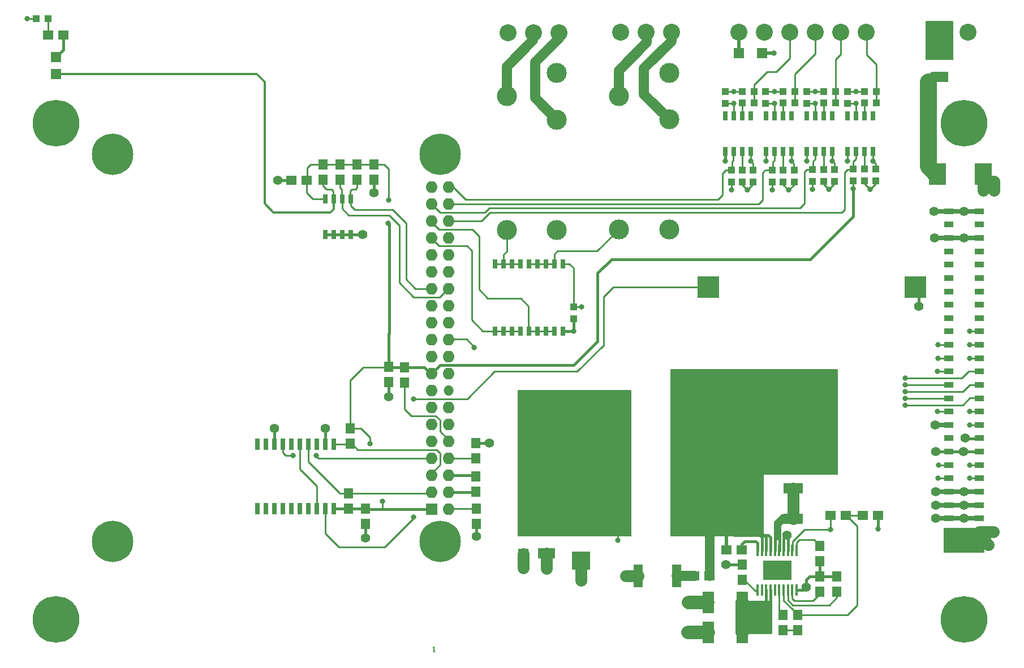
<source format=gbr>
%FSLAX23Y23*%
%MOIN*%
G04 EasyPC Gerber Version 17.0 Build 3379 *
%ADD148R,0.01654X0.06988*%
%ADD140O,0.06000X0.06000*%
%ADD129O,0.07000X0.07000*%
%ADD145R,0.02500X0.06500*%
%ADD147R,0.02559X0.05315*%
%ADD82R,0.02559X0.05512*%
%ADD98R,0.03937X0.04291*%
%ADD81R,0.05500X0.06000*%
%ADD153R,0.05500X0.13500*%
%ADD150R,0.07000X0.12600*%
%ADD157R,0.09843X0.12992*%
%ADD154R,0.10906X0.10906*%
%ADD159R,0.13000X0.13000*%
%ADD155R,0.15157X0.21654*%
%ADD143R,0.06000X0.06000*%
%ADD144R,0.06300X0.06300*%
%ADD141R,0.07000X0.07000*%
%ADD22C,0.00500*%
%ADD73C,0.01000*%
%ADD164C,0.01200*%
%ADD23C,0.01500*%
%ADD101C,0.02000*%
%ADD80C,0.02500*%
%ADD72C,0.03000*%
%ADD27C,0.03200*%
%ADD163C,0.04000*%
%ADD160C,0.05000*%
%ADD165C,0.05500*%
%ADD28C,0.05600*%
%ADD26C,0.06000*%
%ADD29R,0.05512X0.03504*%
%ADD158R,0.04291X0.03937*%
%ADD86R,0.06000X0.05500*%
%ADD152R,0.11811X0.06299*%
%ADD156R,0.10200X0.06300*%
%ADD149R,0.16535X0.11811*%
%ADD161C,0.07000*%
%ADD162C,0.08000*%
%ADD25C,0.10000*%
%ADD146C,0.11811*%
%ADD142C,0.24409*%
%ADD24C,0.27500*%
%ADD151R,0.26378X0.26378*%
X0Y0D02*
D02*
D22*
X2502Y87D02*
X2512D01*
X2507D02*
Y117D01*
X2502Y112*
X3002Y769D02*
X3665D01*
Y1627*
X3002*
Y769*
G36*
X3665*
Y1627*
X3002*
Y769*
G37*
X4445Y1133D02*
X4884D01*
Y1752*
X3901*
Y770*
X4445*
Y1133*
G36*
X4884*
Y1752*
X3901*
Y770*
X4445*
Y1133*
G37*
X5405Y3803D02*
Y3581D01*
X5561*
Y3803*
X5405*
G36*
Y3581*
X5561*
Y3803*
X5405*
G37*
X5511Y814D02*
Y673D01*
X5746*
Y814*
X5511*
G36*
Y673*
X5746*
Y814*
X5511*
G37*
D02*
D23*
X322Y3725D02*
X322D01*
Y3637*
X278Y3593*
Y3593*
X1565Y1312D02*
X1565D01*
Y1403*
X1665Y2868D02*
X1586D01*
X1865Y1312D02*
X1865D01*
Y1402*
X1865Y1403*
X1866*
X1866Y2548D02*
X1916D01*
X1966*
X2003Y930D02*
X1988D01*
X1988Y930*
X1919*
X1917Y931*
X1915*
X2016Y2548D02*
Y2548D01*
X2087*
X2016Y2548D02*
X1966D01*
X2103Y842D02*
X2102D01*
Y756*
X2103Y932D02*
Y931D01*
X2005*
X2004Y930*
X2003*
X2154Y2870D02*
Y2795D01*
X2204Y926D02*
X2108D01*
X2103Y931*
Y932*
X2239Y1676D02*
Y1674D01*
X2238*
Y1590*
X2240Y1765D02*
Y1964D01*
X2242Y1965*
Y2612*
X2240Y2613*
X2238*
X2236Y2615*
Y2613*
X2491Y928D02*
Y926D01*
X2204*
X2491Y1728D02*
Y1727D01*
X2491*
X2541Y1777*
X3329*
X3470Y1918*
Y2319*
X3552Y2401*
X4723*
X4975Y2653*
X4976*
Y2816*
X2491Y1728D02*
X2487D01*
X2450Y1765*
X2240*
X2591Y1028D02*
X2750D01*
X2591Y1128D02*
X2749D01*
X2754Y1122*
Y1318D02*
Y1318D01*
X2832*
Y1317*
X2756Y839D02*
Y768D01*
X3266Y1978D02*
X3328D01*
X3329Y1978*
Y2049D02*
Y1978D01*
X4222Y3038D02*
Y2982D01*
X4222Y2982*
X4320Y687D02*
Y722D01*
X4335Y737*
X4403*
X4413Y727*
Y685*
X4321Y600D02*
X4226D01*
X4438Y683D02*
Y761D01*
X4425Y774*
X4464Y683D02*
Y760D01*
X4450Y774*
X4475Y362D02*
X4489Y376D01*
Y447*
X4489Y447*
Y449*
X4475Y362D02*
X4463Y373D01*
Y448*
X4464Y448*
Y449*
X4489Y683D02*
Y760D01*
X4475Y774*
X4450*
X4515Y683D02*
Y852D01*
X4555Y892*
X4600*
X4621Y871*
X4528Y566D02*
X4504D01*
X4477Y593*
X4528Y566D02*
Y541D01*
X4528Y540*
X4528Y566D02*
Y592D01*
X4528Y593*
X4528Y566D02*
X4551D01*
X4579Y594*
X4528Y566D02*
X4555D01*
X4580Y540*
X4528Y566D02*
X4501D01*
X4477Y542*
X4540Y683D02*
X4543D01*
Y835*
X4591Y883*
X4621*
Y871*
X4566Y683D02*
Y753D01*
X4587Y774*
X4592Y683D02*
Y770D01*
X4587Y774*
X4628Y2858D02*
X4628D01*
X4625Y2856*
X4643Y449D02*
X4682D01*
X4700Y467*
X4780Y532D02*
Y622D01*
Y532D02*
X4720D01*
X4700Y512*
Y467*
X4801Y2862D02*
Y2856D01*
X4802Y2854*
X4865Y2862D02*
Y2858D01*
X4864Y2857*
X4880Y532D02*
X4780D01*
X5124Y889D02*
Y810D01*
X5124Y810*
X5341Y2238D02*
X5364D01*
Y2125*
X5463Y1031D02*
X5463Y1031D01*
X5540Y1267D02*
Y1267D01*
X5463*
X5540Y2527D02*
X5529D01*
X5529Y2527*
X5540Y2685D02*
Y2685D01*
X5540Y2527D02*
X5540Y2527D01*
X5626Y1267D02*
X5540D01*
X5540Y1267*
X5629Y1031D02*
X5629Y1031D01*
X5630Y2685D02*
X5630Y2685D01*
X5630Y2685D02*
X5630Y2685D01*
X5718Y1267D02*
X5627D01*
X5626Y1267*
X5718Y1346D02*
Y1345D01*
X5636*
X5635Y1346*
Y1347*
X5718Y2527D02*
Y2527D01*
D02*
D24*
X279Y278D03*
Y3203D03*
X5629Y278D03*
Y3203D03*
D02*
D25*
X2943Y3738D03*
X3093D03*
X3243D03*
X3606Y3739D03*
X3756D03*
X3906D03*
X4304Y3740D03*
X4454D03*
X4604D03*
X4754D03*
X4904D03*
X5054D03*
X5418Y3447D02*
Y2950D01*
X5463Y2904*
X5474*
X5504Y3740D03*
X5654D03*
D02*
D26*
X3034Y579D02*
X3035D01*
X3093Y3738D02*
X3090D01*
Y3693*
X2935Y3538*
Y3363*
X2935Y3363*
X3243Y3738D02*
Y3705D01*
X3103Y3564*
Y3353*
X3230Y3225*
X3756Y3739D02*
X3760D01*
Y3679*
X3595Y3514*
Y3364*
X3595Y3364*
X3906Y3739D02*
Y3687D01*
X3744Y3526*
Y3373*
X3891Y3226*
X4040Y533D02*
X3935D01*
X4120Y376D02*
X4121D01*
X4468Y282D02*
X4414D01*
X4321Y376*
X4468Y282D02*
Y281D01*
X4401*
X4319Y199*
X4321*
Y201*
X5504Y3740D02*
Y3614D01*
X5506Y3611*
Y3477D02*
X5448D01*
X5418Y3447*
D02*
D27*
X109Y3819D03*
X1675Y1244D03*
X1811D03*
X2130Y1315D03*
X2204Y975D03*
X2236Y2613D03*
X2238Y2752D03*
X2387Y882D03*
Y1578D03*
X2744Y1882D03*
X3329Y1978D03*
X3377Y2119D03*
X3542Y805D03*
Y879D03*
X3543Y952D03*
X3589Y743D03*
X3622Y880D03*
X3623Y806D03*
X3626Y952D03*
X3938Y804D03*
X3940Y954D03*
X3943Y879D03*
X4016Y805D03*
X4017Y880D03*
X4019Y954D03*
X4205Y854D03*
Y957D03*
Y1070D03*
X4222Y2982D03*
X4257Y1017D03*
X4260Y906D03*
Y2809D03*
X4271Y3391D03*
X4272Y3321D03*
X4312Y962D03*
Y1071D03*
X4314Y855D03*
X4354Y2809D03*
X4372Y906D03*
Y1016D03*
Y2982D03*
X4421Y854D03*
Y962D03*
X4422Y1072D03*
X4463Y2980D03*
X4500Y2811D03*
X4509Y3617D03*
X4512Y3391D03*
X4513Y3321D03*
X4597Y2809D03*
X4613Y2982D03*
X4703D03*
X4736Y2814D03*
X4753Y3321D03*
Y3391D03*
X4832Y2813D03*
X4842Y807D03*
X4852Y2982D03*
X4942D03*
X4976Y2816D03*
X4991Y3391D03*
X4992Y3321D03*
X5076Y2814D03*
X5092Y2982D03*
X5124Y810D03*
X5284Y1541D03*
Y1581D03*
Y1621D03*
Y1661D03*
Y1702D03*
X5474Y1504D03*
Y1740D03*
X5475Y1818D03*
Y1897D03*
X5476Y1110D03*
X5478Y1187D03*
X5664Y1110D03*
Y1188D03*
Y1425D03*
Y1504D03*
Y1818D03*
Y1897D03*
Y1976D03*
D02*
D28*
X1565Y1403D03*
X1586Y2868D03*
X1866Y1403D03*
X2087Y2548D03*
X2102Y756D03*
X2154Y2795D03*
X2238Y1590D03*
X2756Y768D03*
X2832Y1317D03*
X3035Y579D03*
X3170Y578D03*
X3373Y508D03*
X3635Y533D03*
X4004Y200D03*
X4006Y376D03*
X4226Y600D03*
X4406Y281D03*
X4468Y282D03*
X4587Y774D03*
X4700Y467D03*
X5364Y2125D03*
X5454Y2685D03*
X5455Y2527D03*
X5460Y1425D03*
X5461Y874D03*
Y951D03*
X5463Y1031D03*
Y1267D03*
X5626D03*
X5629Y874D03*
Y952D03*
Y1031D03*
X5630Y2527D03*
Y2685D03*
X5635Y1347D03*
X5742Y2806D03*
X5773Y718D03*
X5801Y795D03*
X5805Y2806D03*
D02*
D29*
X5540Y795D03*
Y873D03*
Y952D03*
Y1031D03*
Y1110D03*
Y1188D03*
Y1267D03*
Y1346D03*
Y1425D03*
Y1503D03*
Y1582D03*
Y1661D03*
Y1740D03*
Y1818D03*
Y1897D03*
Y1976D03*
Y2055D03*
Y2133D03*
Y2212D03*
Y2291D03*
Y2370D03*
Y2448D03*
Y2527D03*
Y2606D03*
Y2685D03*
X5718Y795D03*
Y873D03*
Y952D03*
Y1031D03*
Y1110D03*
Y1188D03*
Y1267D03*
Y1346D03*
Y1425D03*
Y1503D03*
Y1582D03*
Y1661D03*
Y1740D03*
Y1818D03*
Y1897D03*
Y1976D03*
Y2055D03*
Y2133D03*
Y2212D03*
Y2291D03*
Y2370D03*
Y2448D03*
Y2527D03*
Y2606D03*
Y2685D03*
D02*
D72*
X4842Y889D02*
X4842D01*
D02*
D73*
X162Y3819D02*
Y3819D01*
X109*
X232Y3819D02*
Y3725D01*
X232Y3725*
X1615Y1312D02*
Y1261D01*
X1632Y1244*
X1675*
X1715Y1312D02*
Y1164D01*
X1815Y1065*
Y932*
X1815Y931*
X1755Y2868D02*
Y2793D01*
X1792Y2756*
X1865*
X1866Y2757*
X1811Y1244D02*
X1810D01*
X1826Y1228*
X2491*
X1854Y2870D02*
Y2833D01*
X1874Y2813*
X1904*
X1914Y2803*
Y2759*
X1916Y2757*
X1854Y2960D02*
X1779D01*
X1758Y2939*
Y2872*
X1755Y2868*
X1865Y931D02*
Y783D01*
X1946Y703*
X2215*
X2387Y875*
Y882*
X1915Y1312D02*
X2011D01*
X2012Y1313*
X1954Y2870D02*
Y2823D01*
X1964Y2813*
Y2759*
X1966Y2757*
X1954Y2960D02*
X1854D01*
X1966Y2757D02*
Y2700D01*
X2004Y2662*
X2243*
X2303Y2602*
Y2263*
X2387Y2178*
X2540*
X2590Y2228*
X2591*
X2003Y1020D02*
X2483D01*
X2491Y1028*
X2003Y1020D02*
X1948D01*
Y1024*
X1765Y1207*
Y1312*
X1765Y1312*
X2012Y1313D02*
Y1313D01*
X2022*
X2057Y1278*
X2522*
X2542Y1258*
Y1189*
X2491Y1138*
Y1128*
X2012Y1403D02*
Y1404D01*
X2077*
X2130Y1350*
Y1315*
X2016Y2757D02*
Y2717D01*
X2038Y2695*
X2261*
X2341Y2615*
Y2283*
X2397Y2226*
X2490*
X2491Y2228*
X2054Y2870D02*
Y2823D01*
X2044Y2813*
X2024*
X2014Y2803*
Y2759*
X2016Y2757*
X2054Y2960D02*
X2043D01*
X2042Y2962*
X1955*
X1954Y2960*
X2154D02*
X2054D01*
X2204Y975D02*
Y926D01*
X2238Y2752D02*
Y2935D01*
X2214Y2959*
X2155*
X2154Y2960*
X2240Y1765D02*
X2089D01*
X2012Y1687*
Y1403*
X2491Y2528D02*
Y2524D01*
X2536Y2479*
X2702*
X2729Y2451*
Y2043*
X2794Y1978*
X2866*
X2866Y1978*
X2491Y2628D02*
Y2622D01*
X2536Y2577*
X2731*
X2771Y2537*
Y2223*
X2824Y2169*
X3019*
X3064Y2124*
Y1980*
X3066Y1978*
X2491Y2728D02*
X2492D01*
X2541Y2678*
X2806*
X2831Y2703*
X4147*
X2591Y928D02*
X2594D01*
X2595Y929*
X2756*
X2756Y929*
X2591Y1228D02*
X2644D01*
X2645Y1228*
X2754*
X2591Y1328D02*
X2593D01*
Y1335*
X2542Y1387*
Y1453*
X2517Y1478*
X2373*
X2333Y1518*
Y1671*
X2331Y1672*
Y1675*
X2591Y1928D02*
Y1929D01*
X2700*
X2744Y1885*
Y1882*
X2591Y2628D02*
X2785D01*
X2836Y2678*
X4136*
X2591Y2728D02*
X4420D01*
X4444Y2752*
Y2913*
X4458Y2927*
X4499*
X4500Y2928*
Y2928*
X2591Y2828D02*
X2618D01*
X2691Y2754*
X4178*
X4205Y2781*
X2750Y1028D02*
X2754Y1032D01*
X2866Y1978D02*
X2916D01*
X2866Y2373D02*
X2916D01*
Y1978D02*
X2966D01*
X2916Y2373D02*
X2966D01*
X2935Y2575D02*
Y2447D01*
X2917Y2429*
Y2374*
X2916Y2373*
X2966Y1978D02*
X3016D01*
X2966Y2373D02*
X3016D01*
X3034Y798D02*
X3169D01*
X3170Y800*
X3066Y1978D02*
X3116D01*
X3066Y2373D02*
X3116D01*
Y1978D02*
X3166D01*
X3116Y2373D02*
X3166D01*
Y1978D02*
X3216D01*
X3166Y2373D02*
X3216D01*
X3170Y800D02*
X3348D01*
X3373Y825*
X3216Y2373D02*
Y2432D01*
X3232Y2449*
X3467*
X3595Y2577*
X3329Y2119D02*
Y2349D01*
X3304Y2374*
X3267*
X3266Y2373*
X3329Y2119D02*
X3377D01*
X3377Y2119*
X3373Y825D02*
X3536D01*
X3589Y879*
Y743*
X3589Y743*
X4121Y2238D02*
X3564D01*
X3506Y2179*
Y1895*
X3350Y1739*
X2863*
X2702Y1578*
X2387*
X4136Y2678D02*
X4909D01*
X4925Y2695*
Y2914*
X4942Y2932*
X4975*
X4976Y2933*
X4147Y2703D02*
X4664D01*
X4690Y2729*
Y2918*
X4701Y2929*
X4734*
X4736Y2932*
X4205Y957D02*
X4064Y962D01*
X3981Y879*
X4205Y2781D02*
Y2907D01*
X4226Y2928*
X4259*
X4260Y2928*
X4221Y3321D02*
X4272D01*
X4272Y3321*
X4221Y3391D02*
X4271D01*
X4271Y3391*
X4260Y2858D02*
Y2809D01*
X4261Y2977D02*
Y2929D01*
X4260Y2928*
X4272Y3038D02*
Y3010D01*
X4270Y3008*
Y2985*
X4261Y2977*
X4272Y3247D02*
Y3321D01*
X4272Y3321*
X4312Y962D02*
X4205Y957D01*
X4322Y3324D02*
Y3247D01*
X4322Y3247*
X4322Y3391D02*
X4271D01*
X4322Y3038D02*
Y3036D01*
X4323Y3035*
Y2928*
Y2858D02*
Y2841D01*
X4354Y2809*
X4358Y384D02*
Y198D01*
X4493*
Y384*
X4358*
G36*
Y198*
X4493*
Y384*
X4358*
G37*
X4372Y3038D02*
Y2982D01*
X4372Y2982*
X4386Y2858D02*
Y2856D01*
X4384Y2854*
Y2839*
X4354Y2809*
X4386Y2928D02*
Y2968D01*
X4372Y2982*
X4392Y3391D02*
Y3324D01*
X4412Y449D02*
Y443D01*
X4402*
X4340Y504*
X4321*
Y510*
X4413Y685D02*
X4412Y685D01*
Y683*
X4460Y3321D02*
X4513D01*
X4513Y3321*
X4460Y3391D02*
X4512D01*
X4512Y3391*
X4463Y3038D02*
Y2980D01*
X4463Y2980*
X4475Y362D02*
Y289D01*
X4468Y282*
X4500Y2858D02*
Y2811D01*
X4513Y3038D02*
Y2987D01*
X4502Y2975*
Y2929*
X4500Y2928*
X4513Y3247D02*
Y3321D01*
X4513Y3321*
X4540Y449D02*
Y327D01*
X4563Y305*
X4542Y749D02*
Y835D01*
X4567Y860*
Y894*
X4558*
X4514Y850*
Y749*
X4542*
G36*
Y835*
X4567Y860*
Y894*
X4558*
X4514Y850*
Y749*
X4542*
G37*
X4563Y215D02*
X4650D01*
X4563Y3324D02*
Y3247D01*
X4563Y3247*
X4563Y3391D02*
X4512D01*
X4563Y3038D02*
Y3035D01*
X4563Y3035*
Y2929*
X4564Y2928*
Y2858D02*
Y2842D01*
X4597Y2809*
X4566Y449D02*
Y388D01*
X4615Y339*
X4592Y449D02*
Y390D01*
X4620Y362*
X4835*
X4880Y407*
Y442*
X4604Y3588D02*
Y3740D01*
Y3588D02*
X4522Y3506D01*
X4468*
X4393Y3431*
Y3392*
X4392Y3391*
X4613Y3038D02*
Y2982D01*
X4613Y2982*
X4615Y339D02*
X4615D01*
X4650Y305*
X4617Y449D02*
Y399D01*
X4630Y387*
X4740*
X4780Y427*
Y442*
X4625Y2856D02*
Y2838D01*
X4597Y2809*
X4628Y2928D02*
Y2939D01*
X4626Y2940*
Y2968*
X4613Y2982*
X4633Y3391D02*
Y3324D01*
X4643Y683D02*
Y729D01*
X4660Y747*
X4745*
X4780Y712*
X4701Y3321D02*
X4752D01*
X4753Y3321*
X4701Y3391D02*
X4752D01*
X4753Y3391*
X4702Y3038D02*
Y2982D01*
X4703Y2982*
X4736Y2862D02*
Y2814D01*
X4752Y3038D02*
Y3035D01*
X4753Y3035*
Y2993*
X4738Y2978*
Y2933*
X4736Y2932*
X4752Y3247D02*
Y3321D01*
X4753Y3321*
X4754Y3740D02*
X4754D01*
Y3614*
X4633Y3493*
Y3391*
X4633Y3391*
X4802Y3324D02*
Y3247D01*
X4802Y3247*
X4802Y3391D02*
X4753D01*
X4802Y2854D02*
Y2843D01*
X4832Y2813*
X4802Y3038D02*
Y2933D01*
X4801Y2932*
X4842Y807D02*
X4688D01*
X4618Y738*
Y683*
X4617Y683*
X4842Y889D02*
Y807D01*
X4852Y3038D02*
Y3037D01*
X4852Y3036*
Y2982*
X4864Y2857D02*
Y2844D01*
X4832Y2813*
X4865Y2932D02*
Y2969D01*
X4852Y2982*
X4872Y3391D02*
X4871D01*
Y3325*
X4872Y3324*
X4904Y3740D02*
Y3611D01*
X4872Y3579*
Y3402*
X4872Y3402*
Y3391*
X4932Y889D02*
Y889D01*
X5034*
X4942Y3038D02*
Y2982D01*
X4942Y2982*
Y3321D02*
X4992D01*
X4992Y3321*
X4942Y3391D02*
X4991D01*
X4991Y3391*
X4943Y305D02*
X4650D01*
X4943D02*
X5000Y362D01*
Y827*
X4932Y894*
Y889*
X4976Y2863D02*
Y2816D01*
X4992Y3038D02*
Y3036D01*
X4991Y3035*
Y2993*
X4976Y2978*
Y2933*
X4992Y3247D02*
Y3249D01*
X4992Y3249*
Y3321*
X5042Y3324D02*
Y3247D01*
X5042Y3247*
X5042Y3391D02*
X4991D01*
X5042Y2863D02*
Y2848D01*
X5076Y2814*
X5042Y3038D02*
Y3029D01*
X5042Y3029*
Y2933*
X5054Y3740D02*
X5055D01*
Y3608*
X5112Y3551*
Y3391*
X5112Y3391*
X5092Y3038D02*
Y2982D01*
X5092Y2982*
X5108Y2863D02*
Y2847D01*
X5076Y2814*
X5108Y2933D02*
Y2965D01*
X5092Y2982*
X5112Y3391D02*
Y3324D01*
X5373Y1701D02*
X5285D01*
X5284Y1702*
X5373Y1701D02*
X5616D01*
X5655Y1740*
X5717*
X5718Y1740*
X5378Y1621D02*
X5284D01*
X5378D02*
X5624D01*
X5662Y1660*
X5717*
X5718Y1661*
X5405Y1581D02*
X5284D01*
X5405D02*
X5539D01*
X5540Y1582*
X5461Y1425D02*
X5460D01*
X5478Y1187D02*
X5539D01*
X5540Y1187*
Y1188*
Y1110D02*
Y1110D01*
X5476*
X5540Y1503D02*
Y1504D01*
X5474*
X5540Y1661D02*
X5539D01*
X5539Y1661*
X5284*
X5540Y1740D02*
Y1740D01*
X5474*
X5540Y1818D02*
X5475D01*
X5475Y1818*
X5540Y1897D02*
Y1898D01*
X5475*
X5475Y1898*
Y1897*
X5629Y952D02*
X5629Y952D01*
X5718Y1110D02*
Y1110D01*
X5664*
X5718Y1188D02*
Y1188D01*
X5664*
X5718Y1425D02*
Y1425D01*
X5664*
X5718Y1503D02*
Y1504D01*
X5664*
X5718Y1582D02*
X5717Y1583D01*
X5664*
X5622Y1541*
X5284*
X5718Y1818D02*
Y1818D01*
X5664*
X5718Y1897D02*
X5664D01*
X5664Y1897*
X5718Y1976D02*
Y1976D01*
X5664*
D02*
D80*
X5529Y2527D02*
X5455D01*
X5540Y873D02*
Y874D01*
X5461*
X5540Y952D02*
Y952D01*
X5463*
X5461Y951*
Y951*
X5540Y1031D02*
X5463D01*
X5540Y1425D02*
Y1425D01*
X5461*
X5540Y2685D02*
X5630D01*
X5540Y2685D02*
X5454D01*
X5629Y874D02*
X5540D01*
X5540Y873*
X5629Y952D02*
X5540D01*
X5540Y952*
X5629Y1031D02*
X5540D01*
X5540Y1031*
X5630Y2527D02*
X5540D01*
X5718Y873D02*
X5629D01*
X5629Y874*
X5718Y952D02*
X5629D01*
X5718Y1031D02*
X5629D01*
X5718Y2527D02*
X5630D01*
X5718Y2685D02*
X5630D01*
D02*
D81*
X1854Y2870D03*
Y2960D03*
X1954Y2870D03*
Y2960D03*
X2003Y930D03*
Y1020D03*
X2012Y1313D03*
Y1403D03*
X2054Y2870D03*
Y2960D03*
X2103Y842D03*
Y932D03*
X2154Y2870D03*
Y2960D03*
X2239Y1676D03*
Y1766D03*
X2331Y1675D03*
Y1765D03*
X2754Y1032D03*
Y1122D03*
Y1228D03*
Y1318D03*
X2756Y839D03*
Y929D03*
X4321Y510D03*
Y600D03*
X4563Y215D03*
Y305D03*
X4650Y215D03*
Y305D03*
X4780Y442D03*
Y532D03*
Y622D03*
Y712D03*
X4880Y442D03*
Y532D03*
D02*
D82*
X1866Y2548D03*
Y2757D03*
X1916Y2548D03*
Y2757D03*
X1966Y2548D03*
Y2757D03*
X2016Y2548D03*
Y2757D03*
X4222Y3038D03*
Y3247D03*
X4272Y3038D03*
Y3247D03*
X4322Y3038D03*
Y3247D03*
X4372Y3038D03*
Y3247D03*
X4463Y3038D03*
Y3247D03*
X4513Y3038D03*
Y3247D03*
X4563Y3038D03*
Y3247D03*
X4613Y3038D03*
Y3247D03*
X4702Y3038D03*
Y3247D03*
X4752Y3038D03*
Y3247D03*
X4802Y3038D03*
Y3247D03*
X4852Y3038D03*
Y3247D03*
X4942Y3038D03*
Y3247D03*
X4992Y3038D03*
Y3247D03*
X5042Y3038D03*
Y3247D03*
X5092Y3038D03*
Y3247D03*
D02*
D86*
X232Y3725D03*
X322D03*
X1665Y2868D03*
X1755D03*
X4040Y533D03*
X4130D03*
X4230Y687D03*
X4320D03*
X4842Y889D03*
X4932D03*
X5034Y889D03*
X5124D03*
D02*
D98*
X3329Y2049D03*
Y2119D03*
X4221Y3321D03*
Y3391D03*
X4260Y2858D03*
Y2928D03*
X4323Y2858D03*
Y2928D03*
X4386Y2858D03*
Y2928D03*
X4460Y3321D03*
Y3391D03*
X4500Y2858D03*
Y2928D03*
X4564Y2858D03*
Y2928D03*
X4628Y2858D03*
Y2928D03*
X4701Y3321D03*
Y3391D03*
X4736Y2862D03*
Y2932D03*
X4801Y2862D03*
Y2932D03*
X4865Y2862D03*
Y2932D03*
X4942Y3321D03*
Y3391D03*
X4976Y2863D03*
Y2933D03*
X5042Y2863D03*
Y2933D03*
X5108Y2863D03*
Y2933D03*
D02*
D101*
X4230Y687D02*
X4228D01*
Y879*
X4260Y906*
X4312Y962*
X4304Y3740D02*
Y3617D01*
X4304Y3617*
X4312Y962D02*
X4311Y962D01*
X4312*
X4425Y774D02*
X4275D01*
Y924*
X4312Y962*
X4438Y3617D02*
X4509D01*
X4450Y774D02*
X4425D01*
D02*
D129*
X2491Y1028D03*
Y1128D03*
Y1228D03*
Y1328D03*
Y1428D03*
Y1528D03*
Y1628D03*
Y1728D03*
Y1828D03*
Y1928D03*
Y2028D03*
Y2128D03*
Y2228D03*
Y2328D03*
Y2428D03*
Y2528D03*
Y2628D03*
Y2728D03*
Y2828D03*
X2591Y928D03*
Y1028D03*
Y1128D03*
Y1228D03*
Y1328D03*
Y1428D03*
Y1528D03*
Y1728D03*
Y1828D03*
Y1928D03*
Y2028D03*
Y2128D03*
Y2228D03*
Y2328D03*
Y2428D03*
Y2528D03*
Y2628D03*
Y2728D03*
Y2828D03*
D02*
D140*
Y1628D03*
D02*
D141*
X2491Y928D03*
D02*
D142*
X612Y737D03*
Y3020D03*
X2542Y737D03*
Y3020D03*
D02*
D143*
X278Y3493D03*
Y3593D03*
D02*
D144*
X3034Y664D03*
Y798D03*
X4304Y3617D03*
X4438D03*
X5506Y3477D03*
Y3611D03*
D02*
D145*
X1465Y931D03*
Y1312D03*
X1515Y931D03*
Y1312D03*
X1565Y931D03*
Y1312D03*
X1615Y931D03*
Y1312D03*
X1665Y931D03*
Y1312D03*
X1715Y931D03*
Y1312D03*
X1765Y931D03*
Y1312D03*
X1815Y931D03*
Y1312D03*
X1865Y931D03*
Y1312D03*
X1915Y931D03*
Y1312D03*
D02*
D146*
X2935Y2575D03*
Y3363D03*
X3230Y2575D03*
Y3225D03*
Y3500D03*
X3595Y2577D03*
Y3364D03*
X3891Y2577D03*
Y3226D03*
Y3502D03*
D02*
D147*
X2866Y1978D03*
Y2373D03*
X2916Y1978D03*
Y2373D03*
X2966Y1978D03*
Y2373D03*
X3016Y1978D03*
Y2373D03*
X3066Y1978D03*
Y2373D03*
X3116Y1978D03*
Y2373D03*
X3166Y1978D03*
Y2373D03*
X3216Y1978D03*
Y2373D03*
X3266Y1978D03*
Y2373D03*
D02*
D148*
X4412Y449D03*
Y683D03*
X4438Y449D03*
Y683D03*
X4464Y449D03*
Y683D03*
X4489Y449D03*
Y683D03*
X4515Y449D03*
Y683D03*
X4540Y449D03*
Y683D03*
X4566Y449D03*
Y683D03*
X4592Y449D03*
Y683D03*
X4617Y449D03*
Y683D03*
X4643Y449D03*
Y683D03*
D02*
D149*
X4528Y566D03*
D02*
D150*
X4121Y201D03*
Y376D03*
X4321Y201D03*
Y376D03*
D02*
D151*
X4312Y962D03*
D02*
D152*
X4621Y871D03*
Y1052D03*
D02*
D153*
X3710Y533D03*
X3935D03*
D02*
D154*
X3373Y623D03*
Y825D03*
D02*
D155*
X3589Y879D03*
X3981D03*
D02*
D156*
X3170Y666D03*
Y800D03*
D02*
D157*
X5474Y2904D03*
X5742D03*
D02*
D158*
X162Y3819D03*
X232D03*
X4322Y3324D03*
Y3391D03*
X4392Y3324D03*
Y3391D03*
X4563Y3324D03*
Y3391D03*
X4633Y3324D03*
Y3391D03*
X4802Y3324D03*
Y3391D03*
X4872Y3324D03*
Y3391D03*
X5042Y3324D03*
Y3391D03*
X5112Y3324D03*
Y3391D03*
D02*
D159*
X4121Y2238D03*
X5341D03*
D02*
D160*
X4477Y542D03*
Y593D03*
X4528Y540D03*
Y593D03*
X4579Y594D03*
X4580Y540D03*
D02*
D161*
X3034Y664D02*
Y579D01*
X3170Y666D02*
Y578D01*
X3373Y623D02*
Y508D01*
X3710Y533D02*
X3635D01*
X4621Y871D02*
Y1052D01*
X5718Y795D02*
Y774D01*
X5773Y718*
X5718Y795D02*
X5801D01*
X5801Y795*
X5742Y2904D02*
Y2859D01*
X5805*
Y2806*
X5742Y2904D02*
Y2806D01*
D02*
D162*
X4006Y376D02*
X4120D01*
X4121Y201D02*
X4121D01*
Y200*
X4004*
X4321Y201D02*
Y376D01*
D02*
D163*
X5718Y795D02*
X5540D01*
D02*
D164*
X278Y3493D02*
Y3494D01*
X1464*
X1508Y3446*
Y2729*
X1559Y2678*
X1896*
X1916Y2698*
Y2754*
X1916Y2755*
Y2757*
D02*
D165*
X4130Y533D02*
X4130D01*
Y780*
X4205Y854*
X4312Y962*
X4312*
X0Y0D02*
M02*

</source>
